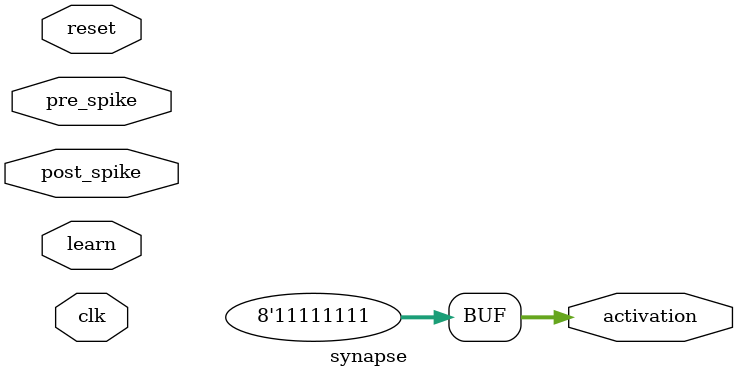
<source format=v>
module synapse(
    input   wire        pre_spike,
    input   wire        post_spike,
    input   wire        learn,
    input   wire        clk,
    input   wire        reset,
    output  wire [0:7]  activation
);

assign activation = 8'hff;

//reg8 r_pre_hyst();
//reg8 r_post_hyst();
//reg8 r_weight();

//add8 post_mult(.in_a(), .in_b(), .sum() .carry_in(), .carry_out())



endmodule
</source>
